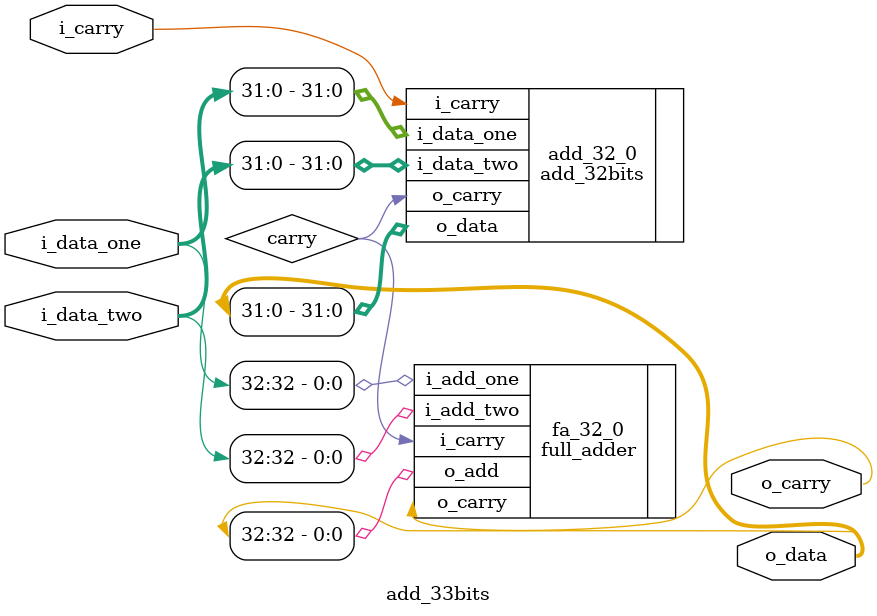
<source format=sv>
module add_33bits(
  input logic  [32:0] i_data_one,
  input logic  [32:0] i_data_two,
  input logic         i_carry,
  
  output logic [32:0] o_data,
  output logic        o_carry
);

  logic carry;

  add_32bits add_32_0(
    .i_data_one (i_data_one[31:0]),
    .i_data_two (i_data_two[31:0]),
    .i_carry    (i_carry),
    .o_data     (o_data[31:0]),
    .o_carry    (carry)
  );
  
  full_adder fa_32_0(
    .i_add_one (i_data_one[32]),
    .i_add_two (i_data_two[32]),
    .i_carry   (carry),
    .o_add     (o_data[32]),
    .o_carry   (o_carry)
  );

endmodule
</source>
